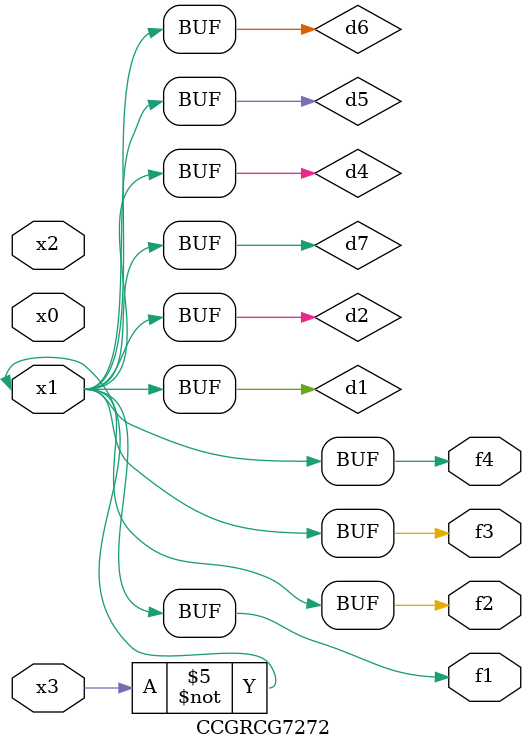
<source format=v>
module CCGRCG7272(
	input x0, x1, x2, x3,
	output f1, f2, f3, f4
);

	wire d1, d2, d3, d4, d5, d6, d7;

	not (d1, x3);
	buf (d2, x1);
	xnor (d3, d1, d2);
	nor (d4, d1);
	buf (d5, d1, d2);
	buf (d6, d4, d5);
	nand (d7, d4);
	assign f1 = d6;
	assign f2 = d7;
	assign f3 = d6;
	assign f4 = d6;
endmodule

</source>
